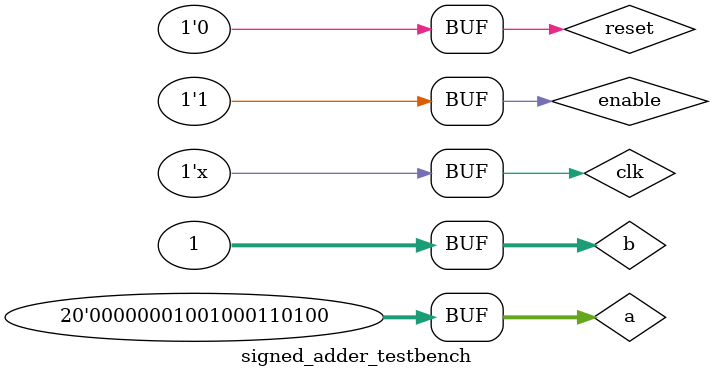
<source format=v>
`timescale 1ns / 1ps


module signed_adder_testbench(

    );
    localparam integer DTYPE = "FXP";//FXP,FP32,FP16
    localparam reg_output = "TRUE";//FASLE
    localparam integer IN1_WIDTH = 20;
    localparam integer IN2_WIDTH = 32;
    localparam integer OUT_WIDTH = 32;
    
    wire [IN1_WIDTH-1:0] a;
    wire [IN2_WIDTH-1:0] b;
    wire [OUT_WIDTH-1:0] out;
    
    reg clk,reset,enable;
    initial clk=0;
    always#100 clk=~clk;
    
    generate
    
        
        signed_adder#(DTYPE,reg_output,IN1_WIDTH,IN2_WIDTH,OUT_WIDTH) sa_0(
            .clk(clk),
            .reset(reset),
            .enable(enable),
            .a(a),
            .b(b),
            .out(out)
        );
    
        assign a='h01234;
        assign b ='h1;
        initial begin
            reset=0;
            enable=0;
            #100 enable =1;
        end
    endgenerate;
    
endmodule

</source>
